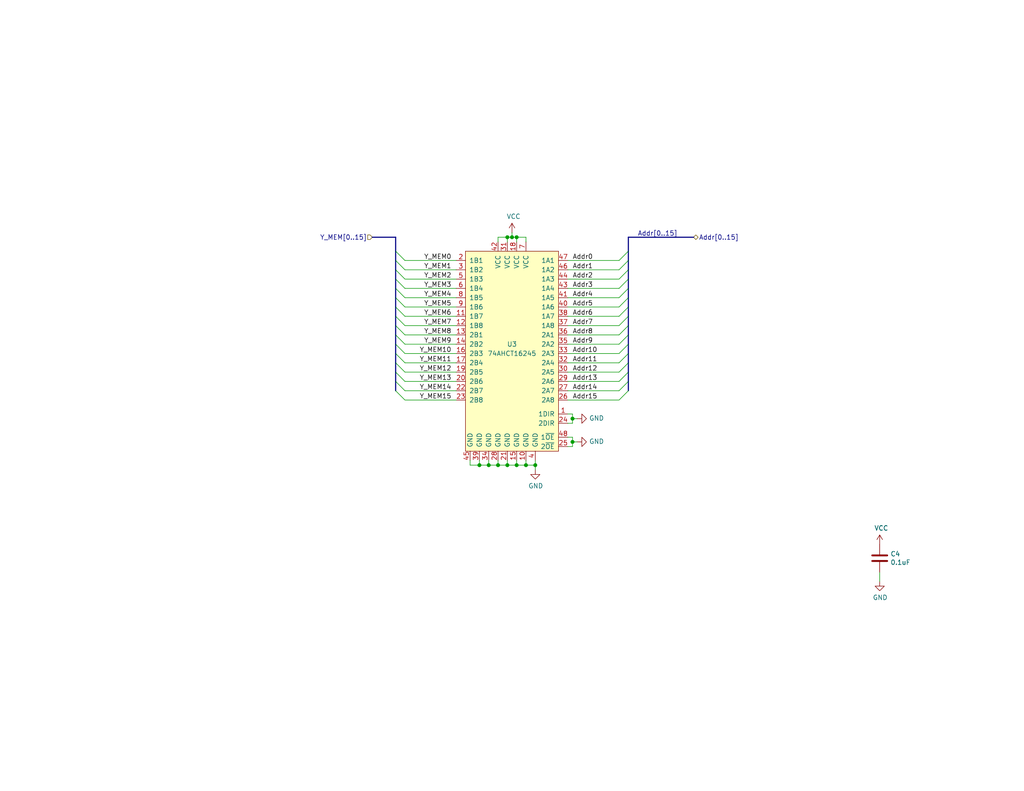
<source format=kicad_sch>
(kicad_sch (version 20230121) (generator eeschema)
  (paper "USLetter")
  (title_block (title "MEM: Buffer ALUResult") (date "2023-11-20") (rev "A") (comment 4 "Buffer the effective address before it leaves the main board."))
  (lib_symbols
    (symbol "74xx (kicad5):74AHCT16245_ba" (pin_names (offset 1.016))
      (property "Reference" "U" (at 0 1.27 0))
      (property "Value" "74AHCT16245_ba" (at 0 -1.27 0))
      (symbol "74AHCT16245_ba_0_1"
        (rectangle (start -12.7 26.67) (end 12.7 -27.94) (fill (type background)))
      )
      (symbol "74AHCT16245_ba_1_1"
        (pin input line (at -15.24 -17.78 0) (length 2.54) (name "1DIR") (number "1"))
        (pin power_in line (at -3.81 -30.48 90) (length 2.54) (name "GND") (number "10"))
        (pin input line (at 15.24 8.89 180) (length 2.54) (name "1B7") (number "11"))
        (pin input line (at 15.24 6.35 180) (length 2.54) (name "1B8") (number "12"))
        (pin input line (at 15.24 3.81 180) (length 2.54) (name "2B1") (number "13"))
        (pin input line (at 15.24 1.27 180) (length 2.54) (name "2B2") (number "14"))
        (pin power_in line (at -1.27 -30.48 90) (length 2.54) (name "GND") (number "15"))
        (pin input line (at 15.24 -1.27 180) (length 2.54) (name "2B3") (number "16"))
        (pin input line (at 15.24 -3.81 180) (length 2.54) (name "2B4") (number "17"))
        (pin power_in line (at -1.27 29.21 270) (length 2.54) (name "VCC") (number "18"))
        (pin input line (at 15.24 -6.35 180) (length 2.54) (name "2B5") (number "19"))
        (pin input line (at 15.24 24.13 180) (length 2.54) (name "1B1") (number "2"))
        (pin input line (at 15.24 -8.89 180) (length 2.54) (name "2B6") (number "20"))
        (pin power_in line (at 1.27 -30.48 90) (length 2.54) (name "GND") (number "21"))
        (pin input line (at 15.24 -11.43 180) (length 2.54) (name "2B7") (number "22"))
        (pin input line (at 15.24 -13.97 180) (length 2.54) (name "2B8") (number "23"))
        (pin input line (at -15.24 -20.32 0) (length 2.54) (name "2DIR") (number "24"))
        (pin input line (at -15.24 -26.67 0) (length 2.54) (name "2~{OE}") (number "25"))
        (pin tri_state line (at -15.24 -13.97 0) (length 2.54) (name "2A8") (number "26"))
        (pin tri_state line (at -15.24 -11.43 0) (length 2.54) (name "2A7") (number "27"))
        (pin power_in line (at 3.81 -30.48 90) (length 2.54) (name "GND") (number "28"))
        (pin tri_state line (at -15.24 -8.89 0) (length 2.54) (name "2A6") (number "29"))
        (pin input line (at 15.24 21.59 180) (length 2.54) (name "1B2") (number "3"))
        (pin tri_state line (at -15.24 -6.35 0) (length 2.54) (name "2A5") (number "30"))
        (pin power_in line (at 1.27 29.21 270) (length 2.54) (name "VCC") (number "31"))
        (pin tri_state line (at -15.24 -3.81 0) (length 2.54) (name "2A4") (number "32"))
        (pin tri_state line (at -15.24 -1.27 0) (length 2.54) (name "2A3") (number "33"))
        (pin power_in line (at 6.35 -30.48 90) (length 2.54) (name "GND") (number "34"))
        (pin tri_state line (at -15.24 1.27 0) (length 2.54) (name "2A2") (number "35"))
        (pin tri_state line (at -15.24 3.81 0) (length 2.54) (name "2A1") (number "36"))
        (pin tri_state line (at -15.24 6.35 0) (length 2.54) (name "1A8") (number "37"))
        (pin tri_state line (at -15.24 8.89 0) (length 2.54) (name "1A7") (number "38"))
        (pin power_in line (at 8.89 -30.48 90) (length 2.54) (name "GND") (number "39"))
        (pin power_in line (at -6.35 -30.48 90) (length 2.54) (name "GND") (number "4"))
        (pin tri_state line (at -15.24 11.43 0) (length 2.54) (name "1A6") (number "40"))
        (pin tri_state line (at -15.24 13.97 0) (length 2.54) (name "1A5") (number "41"))
        (pin power_in line (at 3.81 29.21 270) (length 2.54) (name "VCC") (number "42"))
        (pin tri_state line (at -15.24 16.51 0) (length 2.54) (name "1A4") (number "43"))
        (pin tri_state line (at -15.24 19.05 0) (length 2.54) (name "1A3") (number "44"))
        (pin power_in line (at 11.43 -30.48 90) (length 2.54) (name "GND") (number "45"))
        (pin tri_state line (at -15.24 21.59 0) (length 2.54) (name "1A2") (number "46"))
        (pin tri_state line (at -15.24 24.13 0) (length 2.54) (name "1A1") (number "47"))
        (pin input line (at -15.24 -24.13 0) (length 2.54) (name "1~{OE}") (number "48"))
        (pin input line (at 15.24 19.05 180) (length 2.54) (name "1B3") (number "5"))
        (pin input line (at 15.24 16.51 180) (length 2.54) (name "1B4") (number "6"))
        (pin power_in line (at -3.81 29.21 270) (length 2.54) (name "VCC") (number "7"))
        (pin input line (at 15.24 13.97 180) (length 2.54) (name "1B5") (number "8"))
        (pin input line (at 15.24 11.43 180) (length 2.54) (name "1B6") (number "9"))
      )
    )
    (symbol "Device:C" (pin_numbers hide) (pin_names (offset 0.254))
      (property "Reference" "C" (at 0.635 2.54 0))
      (property "Value" "C" (at 0.635 -2.54 0))
      (symbol "C_0_1"
        (polyline (pts (xy -2.032 -0.762) (xy 2.032 -0.762)) (stroke (width 0.508)))
        (polyline (pts (xy -2.032 0.762) (xy 2.032 0.762)) (stroke (width 0.508)))
      )
      (symbol "C_1_1"
        (pin passive line (at 0 3.81 270) (length 2.794) (name "~") (number "1"))
        (pin passive line (at 0 -3.81 90) (length 2.794) (name "~") (number "2"))
      )
    )
    (symbol "power:GND" (power) (pin_names (offset 0))
      (property "Value" "GND" (at 0 -3.81 0))
      (symbol "GND_0_1"
        (polyline (pts (xy 0 0) (xy 0 -1.27) (xy 1.27 -1.27) (xy 0 -2.54) (xy -1.27 -1.27) (xy 0 -1.27)))
      )
      (symbol "GND_1_1"
        (pin power_in line (at 0 0 270) (length 0) hide (name "GND") (number "1"))
      )
    )
    (symbol "power:VCC" (power) (pin_names (offset 0))
      (property "Value" "VCC" (at 0 3.81 0))
      (symbol "VCC_0_1"
        (polyline (pts (xy -0.762 1.27) (xy 0 2.54)))
        (polyline (pts (xy 0 0) (xy 0 2.54)))
        (polyline (pts (xy 0 2.54) (xy 0.762 1.27)))
      )
      (symbol "VCC_1_1"
        (pin power_in line (at 0 0 90) (length 0) hide (name "VCC") (number "1"))
      )
    )
  )
  (junction (at 156.21 114.3))
  (junction (at 156.21 120.65))
  (junction (at 130.81 127))
  (junction (at 138.43 64.77))
  (junction (at 138.43 127))
  (junction (at 146.05 127))
  (junction (at 135.89 127))
  (junction (at 143.51 127))
  (junction (at 140.97 64.77))
  (junction (at 139.7 64.77))
  (junction (at 140.97 127))
  (junction (at 133.35 127))
  (bus_entry (at 110.49 88.9) (size -2.54 -2.54))
  (bus_entry (at 168.91 104.14) (size 2.54 -2.54))
  (bus_entry (at 110.49 91.44) (size -2.54 -2.54))
  (bus_entry (at 168.91 81.28) (size 2.54 -2.54))
  (bus_entry (at 110.49 81.28) (size -2.54 -2.54))
  (bus_entry (at 110.49 109.22) (size -2.54 -2.54))
  (bus_entry (at 168.91 101.6) (size 2.54 -2.54))
  (bus_entry (at 168.91 91.44) (size 2.54 -2.54))
  (bus_entry (at 110.49 93.98) (size -2.54 -2.54))
  (bus_entry (at 110.49 96.52) (size -2.54 -2.54))
  (bus_entry (at 168.91 71.12) (size 2.54 -2.54))
  (bus_entry (at 110.49 73.66) (size -2.54 -2.54))
  (bus_entry (at 110.49 71.12) (size -2.54 -2.54))
  (bus_entry (at 168.91 76.2) (size 2.54 -2.54))
  (bus_entry (at 168.91 106.68) (size 2.54 -2.54))
  (bus_entry (at 110.49 101.6) (size -2.54 -2.54))
  (bus_entry (at 110.49 83.82) (size -2.54 -2.54))
  (bus_entry (at 168.91 93.98) (size 2.54 -2.54))
  (bus_entry (at 168.91 109.22) (size 2.54 -2.54))
  (bus_entry (at 168.91 99.06) (size 2.54 -2.54))
  (bus_entry (at 110.49 104.14) (size -2.54 -2.54))
  (bus_entry (at 110.49 99.06) (size -2.54 -2.54))
  (bus_entry (at 168.91 96.52) (size 2.54 -2.54))
  (bus_entry (at 110.49 86.36) (size -2.54 -2.54))
  (bus_entry (at 168.91 88.9) (size 2.54 -2.54))
  (bus_entry (at 168.91 86.36) (size 2.54 -2.54))
  (bus_entry (at 168.91 78.74) (size 2.54 -2.54))
  (bus_entry (at 110.49 76.2) (size -2.54 -2.54))
  (bus_entry (at 110.49 106.68) (size -2.54 -2.54))
  (bus_entry (at 168.91 73.66) (size 2.54 -2.54))
  (bus_entry (at 168.91 83.82) (size 2.54 -2.54))
  (bus_entry (at 110.49 78.74) (size -2.54 -2.54))
  (wire (pts (xy 135.89 66.04) (xy 135.89 64.77)))
  (wire (pts (xy 168.91 93.98) (xy 154.94 93.98)))
  (wire (pts (xy 156.21 121.92) (xy 154.94 121.92)))
  (wire (pts (xy 168.91 106.68) (xy 154.94 106.68)))
  (wire (pts (xy 168.91 71.12) (xy 154.94 71.12)))
  (wire (pts (xy 143.51 127) (xy 143.51 125.73)))
  (wire (pts (xy 138.43 66.04) (xy 138.43 64.77)))
  (wire (pts (xy 156.21 115.57) (xy 154.94 115.57)))
  (wire (pts (xy 168.91 76.2) (xy 154.94 76.2)))
  (bus (pts (xy 171.45 68.58) (xy 171.45 71.12)))
  (wire (pts (xy 146.05 128.27) (xy 146.05 127)))
  (wire (pts (xy 138.43 127) (xy 135.89 127)))
  (bus (pts (xy 171.45 86.36) (xy 171.45 88.9)))
  (wire (pts (xy 110.49 106.68) (xy 124.46 106.68)))
  (bus (pts (xy 107.95 91.44) (xy 107.95 93.98)))
  (wire (pts (xy 110.49 88.9) (xy 124.46 88.9)))
  (wire (pts (xy 168.91 86.36) (xy 154.94 86.36)))
  (wire (pts (xy 110.49 101.6) (xy 124.46 101.6)))
  (wire (pts (xy 143.51 64.77) (xy 143.51 66.04)))
  (wire (pts (xy 140.97 127) (xy 143.51 127)))
  (bus (pts (xy 107.95 71.12) (xy 107.95 73.66)))
  (bus (pts (xy 171.45 81.28) (xy 171.45 83.82)))
  (wire (pts (xy 168.91 78.74) (xy 154.94 78.74)))
  (wire (pts (xy 110.49 81.28) (xy 124.46 81.28)))
  (wire (pts (xy 110.49 78.74) (xy 124.46 78.74)))
  (wire (pts (xy 157.48 120.65) (xy 156.21 120.65)))
  (wire (pts (xy 168.91 99.06) (xy 154.94 99.06)))
  (wire (pts (xy 135.89 127) (xy 135.89 125.73)))
  (wire (pts (xy 139.7 64.77) (xy 140.97 64.77)))
  (wire (pts (xy 168.91 88.9) (xy 154.94 88.9)))
  (wire (pts (xy 146.05 127) (xy 146.05 125.73)))
  (wire (pts (xy 140.97 127) (xy 140.97 125.73)))
  (wire (pts (xy 110.49 71.12) (xy 124.46 71.12)))
  (bus (pts (xy 107.95 78.74) (xy 107.95 81.28)))
  (wire (pts (xy 110.49 86.36) (xy 124.46 86.36)))
  (bus (pts (xy 107.95 83.82) (xy 107.95 86.36)))
  (wire (pts (xy 128.27 125.73) (xy 128.27 127)))
  (wire (pts (xy 110.49 83.82) (xy 124.46 83.82)))
  (wire (pts (xy 110.49 96.52) (xy 124.46 96.52)))
  (bus (pts (xy 107.95 93.98) (xy 107.95 96.52)))
  (bus (pts (xy 107.95 104.14) (xy 107.95 106.68)))
  (wire (pts (xy 110.49 73.66) (xy 124.46 73.66)))
  (wire (pts (xy 133.35 127) (xy 135.89 127)))
  (wire (pts (xy 140.97 66.04) (xy 140.97 64.77)))
  (wire (pts (xy 154.94 113.03) (xy 156.21 113.03)))
  (bus (pts (xy 107.95 64.77) (xy 107.95 68.58)))
  (bus (pts (xy 107.95 101.6) (xy 107.95 104.14)))
  (wire (pts (xy 139.7 63.5) (xy 139.7 64.77)))
  (wire (pts (xy 168.91 96.52) (xy 154.94 96.52)))
  (bus (pts (xy 171.45 73.66) (xy 171.45 76.2)))
  (wire (pts (xy 138.43 127) (xy 138.43 125.73)))
  (bus (pts (xy 171.45 93.98) (xy 171.45 96.52)))
  (wire (pts (xy 168.91 104.14) (xy 154.94 104.14)))
  (wire (pts (xy 154.94 119.38) (xy 156.21 119.38)))
  (wire (pts (xy 168.91 101.6) (xy 154.94 101.6)))
  (wire (pts (xy 156.21 120.65) (xy 156.21 121.92)))
  (bus (pts (xy 171.45 78.74) (xy 171.45 81.28)))
  (bus (pts (xy 107.95 81.28) (xy 107.95 83.82)))
  (bus (pts (xy 107.95 76.2) (xy 107.95 78.74)))
  (wire (pts (xy 168.91 91.44) (xy 154.94 91.44)))
  (bus (pts (xy 107.95 86.36) (xy 107.95 88.9)))
  (wire (pts (xy 156.21 114.3) (xy 156.21 115.57)))
  (wire (pts (xy 156.21 119.38) (xy 156.21 120.65)))
  (bus (pts (xy 171.45 99.06) (xy 171.45 101.6)))
  (bus (pts (xy 171.45 71.12) (xy 171.45 73.66)))
  (wire (pts (xy 130.81 127) (xy 133.35 127)))
  (wire (pts (xy 130.81 125.73) (xy 130.81 127)))
  (wire (pts (xy 168.91 83.82) (xy 154.94 83.82)))
  (wire (pts (xy 156.21 113.03) (xy 156.21 114.3)))
  (bus (pts (xy 171.45 91.44) (xy 171.45 93.98)))
  (bus (pts (xy 171.45 76.2) (xy 171.45 78.74)))
  (wire (pts (xy 135.89 64.77) (xy 138.43 64.77)))
  (bus (pts (xy 107.95 99.06) (xy 107.95 101.6)))
  (bus (pts (xy 171.45 88.9) (xy 171.45 91.44)))
  (wire (pts (xy 138.43 64.77) (xy 139.7 64.77)))
  (wire (pts (xy 110.49 104.14) (xy 124.46 104.14)))
  (wire (pts (xy 110.49 93.98) (xy 124.46 93.98)))
  (bus (pts (xy 171.45 104.14) (xy 171.45 106.68)))
  (bus (pts (xy 107.95 73.66) (xy 107.95 76.2)))
  (wire (pts (xy 128.27 127) (xy 130.81 127)))
  (wire (pts (xy 140.97 127) (xy 138.43 127)))
  (wire (pts (xy 168.91 109.22) (xy 154.94 109.22)))
  (wire (pts (xy 110.49 109.22) (xy 124.46 109.22)))
  (wire (pts (xy 140.97 64.77) (xy 143.51 64.77)))
  (bus (pts (xy 171.45 64.77) (xy 171.45 68.58)))
  (wire (pts (xy 110.49 99.06) (xy 124.46 99.06)))
  (bus (pts (xy 107.95 88.9) (xy 107.95 91.44)))
  (bus (pts (xy 107.95 68.58) (xy 107.95 71.12)))
  (wire (pts (xy 168.91 73.66) (xy 154.94 73.66)))
  (bus (pts (xy 171.45 96.52) (xy 171.45 99.06)))
  (wire (pts (xy 133.35 125.73) (xy 133.35 127)))
  (wire (pts (xy 110.49 91.44) (xy 124.46 91.44)))
  (wire (pts (xy 143.51 127) (xy 146.05 127)))
  (wire (pts (xy 157.48 114.3) (xy 156.21 114.3)))
  (bus (pts (xy 171.45 83.82) (xy 171.45 86.36)))
  (bus (pts (xy 171.45 101.6) (xy 171.45 104.14)))
  (wire (pts (xy 110.49 76.2) (xy 124.46 76.2)))
  (bus (pts (xy 107.95 96.52) (xy 107.95 99.06)))
  (bus (pts (xy 107.95 64.77) (xy 101.6 64.77)))
  (wire (pts (xy 168.91 81.28) (xy 154.94 81.28)))
  (wire (pts (xy 240.03 158.75) (xy 240.03 156.21)))
  (bus (pts (xy 171.45 64.77) (xy 189.23 64.77)))
  (label "Y_MEM3" (at 123.19 78.74 180))
  (label "Y_MEM15" (at 123.19 109.22 180))
  (label "Addr12" (at 156.21 101.6 0))
  (label "Y_MEM10" (at 123.19 96.52 180))
  (label "Y_MEM1" (at 123.19 73.66 180))
  (label "Addr10" (at 156.21 96.52 0))
  (label "Y_MEM0" (at 123.19 71.12 180))
  (label "Y_MEM14" (at 123.19 106.68 180))
  (label "Addr5" (at 156.21 83.82 0))
  (label "Y_MEM13" (at 123.19 104.14 180))
  (label "Y_MEM2" (at 123.19 76.2 180))
  (label "Addr9" (at 156.21 93.98 0))
  (label "Addr15" (at 156.21 109.22 0))
  (label "Addr11" (at 156.21 99.06 0))
  (label "Y_MEM7" (at 123.19 88.9 180))
  (label "Addr13" (at 156.21 104.14 0))
  (label "Addr[0..15]" (at 173.99 64.77 0))
  (label "Y_MEM8" (at 123.19 91.44 180))
  (label "Y_MEM12" (at 123.19 101.6 180))
  (label "Y_MEM9" (at 123.19 93.98 180))
  (label "Y_MEM6" (at 123.19 86.36 180))
  (label "Addr8" (at 156.21 91.44 0))
  (label "Addr3" (at 156.21 78.74 0))
  (label "Addr4" (at 156.21 81.28 0))
  (label "Y_MEM4" (at 123.19 81.28 180))
  (label "Addr1" (at 156.21 73.66 0))
  (label "Addr14" (at 156.21 106.68 0))
  (label "Y_MEM5" (at 123.19 83.82 180))
  (label "Y_MEM11" (at 123.19 99.06 180))
  (label "Addr6" (at 156.21 86.36 0))
  (label "Addr2" (at 156.21 76.2 0))
  (label "Addr0" (at 156.21 71.12 0))
  (label "Addr7" (at 156.21 88.9 0))
  (hierarchical_label "Addr[0..15]" (shape tri_state) (at 189.23 64.77 0))
  (hierarchical_label "Y_MEM[0..15]" (shape input) (at 101.6 64.77 180))
  (symbol (lib_id "Device:C") (at 240.03 152.4 0) (unit 1)
    (property "Reference" "C4" (at 242.951 151.2316 0) (effects (justify left)))
    (property "Value" "0.1uF" (at 242.951 153.543 0) (effects (justify left)))
    (property "Footprint" "Capacitor_SMD:C_0603_1608Metric_Pad1.08x0.95mm_HandSolder" (effects hide))
    (property "Mouser" "https://www.mouser.com/ProductDetail/963-EMK107B7104KAHT" (effects hide))
  )
  (symbol (lib_id "power:VCC") (at 240.03 148.59 0) (unit 1)
    (property "Reference" "#PWR027" (effects hide))
    (property "Value" "VCC" (at 240.4618 144.1958 0))
  )
  (symbol (lib_id "power:GND") (at 240.03 158.75 0) (unit 1)
    (property "Reference" "#PWR028" (effects hide))
    (property "Value" "GND" (at 240.157 163.1442 0))
  )
  (symbol (lib_id "power:GND") (at 157.48 114.3 90) (unit 1)
    (property "Reference" "#PWR025" (effects hide))
    (property "Value" "GND" (at 160.7312 114.173 90) (effects (justify right)))
  )
  (symbol (lib_id "74xx (kicad5):74AHCT16245_ba") (at 139.7 95.25 0) (mirror y) (unit 1)
    (property "Reference" "U3" (at 139.7 93.98 0))
    (property "Value" "74AHCT16245" (at 139.7 96.52 0))
    (property "Footprint" "Package_SO:TSSOP-48_6.1x12.5mm_P0.5mm" (effects hide))
    (property "Datasheet" "https://www.ti.com/lit/ds/symlink/sn74ahct16245.pdf?HQS=dis-mous-null-mousermode-dsf-pf-null-wwe&ts=1617319205092" (effects hide))
    (property "Mouser" "https://www.mouser.com/ProductDetail/Texas-Instruments/74AHCT16245DLRG4?qs=%2Fha2pyFaduixTLlQ%252B3rIFW8KDPMe6E5CxoQ2Fc519Y9S5BWJ%252B%2FVWeIYQshP1VtN3&utm_source=octopart&utm_medium=aggregator&utm_campaign=595-74AHCT16245DLRG4&utm_content=Texas%20Instruments" (effects hide))
  )
  (symbol (lib_id "power:GND") (at 146.05 128.27 0) (unit 1)
    (property "Reference" "#PWR024" (effects hide))
    (property "Value" "GND" (at 146.177 132.6642 0))
  )
  (symbol (lib_id "power:VCC") (at 139.7 63.5 0) (unit 1)
    (property "Reference" "#PWR023" (effects hide))
    (property "Value" "VCC" (at 140.1318 59.1058 0))
  )
  (symbol (lib_id "power:GND") (at 157.48 120.65 90) (unit 1)
    (property "Reference" "#PWR026" (effects hide))
    (property "Value" "GND" (at 160.7312 120.523 90) (effects (justify right)))
  )
)
</source>
